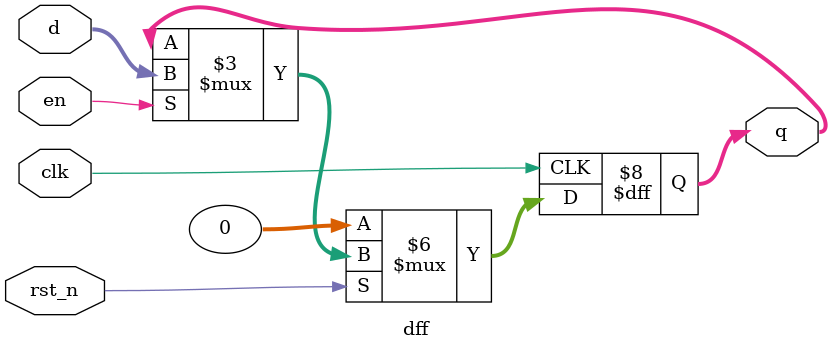
<source format=v>


module dff #(parameter FLOP_WIDTH = 32)(
  input                       clk,
  input                       rst_n, 
  input                       en,

  input      [FLOP_WIDTH-1:0]  d,
  output reg [FLOP_WIDTH-1:0]  q
);


//Internal signals


/////////////////////////
//Combinational logic
/////////////////////////
// next_state logic

/////////////////////////
//Sequential logic
/////////////////////////

always @ (posedge clk) begin
  if (~rst_n) begin
    q <= {FLOP_WIDTH{1'b0}};
  end
  else if (en)begin
    q <= d;
  end
end
/////////////////////////
//Sub block instantiations
/////////////////////////

/////////////////////////
//Assertions
/////////////////////////
endmodule 

</source>
